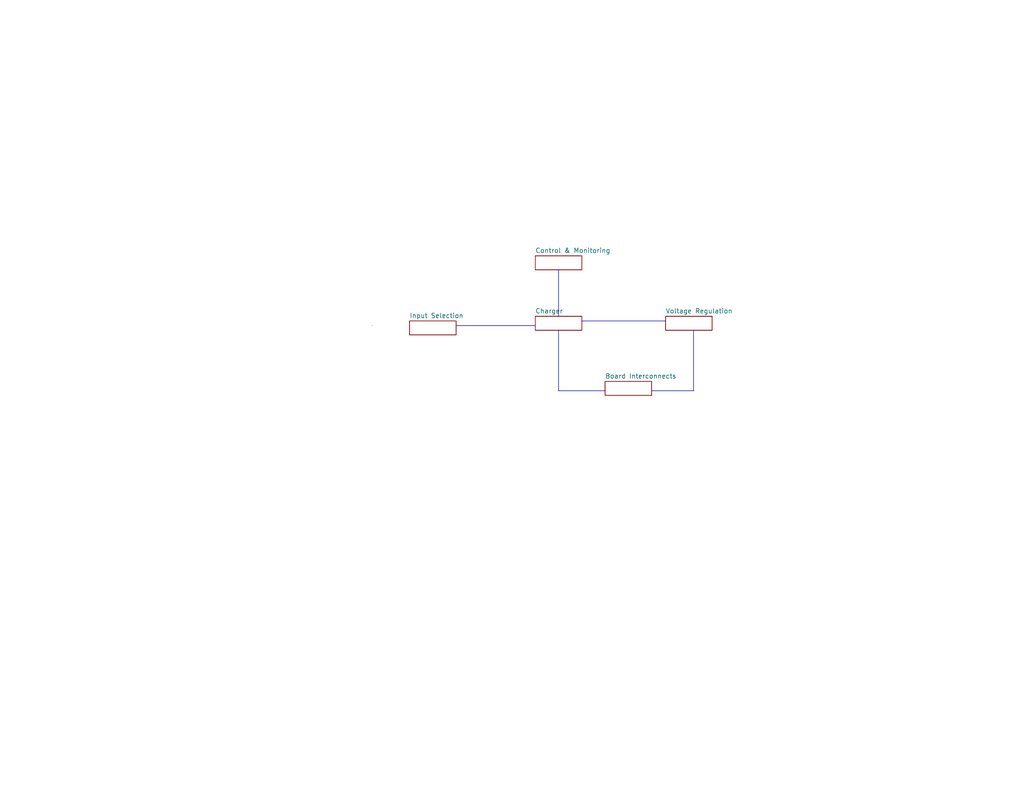
<source format=kicad_sch>
(kicad_sch (version 20230121) (generator eeschema)
  (paper "USLetter")
  (lib_symbols)
  (polyline (pts (xy 152.4 90.17) (xy 152.4 106.68)))
  (polyline (pts (xy 189.23 90.17) (xy 189.23 106.68)))
  (polyline (pts (xy 152.4 86.36) (xy 152.4 73.66)))
  (polyline (pts (xy 124.46 88.9) (xy 146.05 88.9)))
  (polyline (pts (xy 177.8 106.68) (xy 189.23 106.68)))
  (polyline (pts (xy 152.4 106.68) (xy 165.1 106.68)))
  (polyline (pts (xy 101.6 88.9) (xy 101.6 88.9)))
  (polyline (pts (xy 158.75 87.63) (xy 181.61 87.63)))
  (sheet (at 146.05 69.85) (size 12.7 3.81) (stroke (width 0.1524))
    (property "Sheetname" "Control & Monitoring" (at 146.05 69.1384 0) (effects (justify left bottom)))
    (property "Sheetfile" "control_monitor.kicad_sch" (effects hide))
  )
  (sheet (at 146.05 86.36) (size 12.7 3.81) (stroke (width 0.1524))
    (property "Sheetname" "Charger" (at 146.05 85.6484 0) (effects (justify left bottom)))
    (property "Sheetfile" "charger.kicad_sch" (effects hide))
  )
  (sheet (at 181.61 86.36) (size 12.7 3.81) (stroke (width 0.1524))
    (property "Sheetname" "Voltage Regulation" (at 181.61 85.6484 0) (effects (justify left bottom)))
    (property "Sheetfile" "voltage_regulation.kicad_sch" (effects hide))
  )
  (sheet (at 165.1 104.14) (size 12.7 3.81) (stroke (width 0.1524))
    (property "Sheetname" "Board Interconnects" (at 165.1 103.4284 0) (effects (justify left bottom)))
    (property "Sheetfile" "bus_connector.kicad_sch" (effects hide))
  )
  (sheet (at 111.76 87.63) (size 12.7 3.81) (stroke (width 0.1524))
    (property "Sheetname" "Input Selection" (at 111.76 86.9184 0) (effects (justify left bottom)))
    (property "Sheetfile" "input_selection.kicad_sch" (effects hide))
  )
)
</source>
